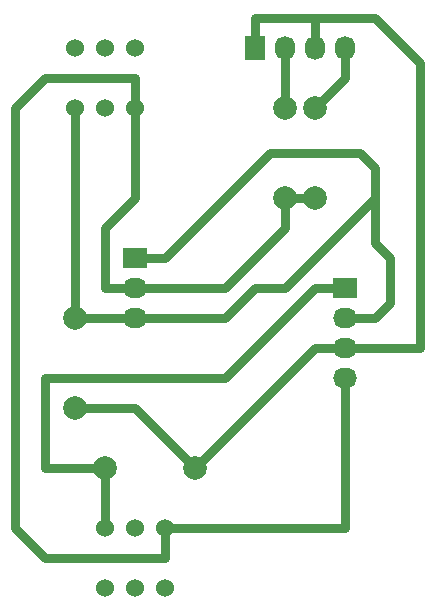
<source format=gbr>
G04 #@! TF.FileFunction,Copper,L1,Top,Signal*
%FSLAX46Y46*%
G04 Gerber Fmt 4.6, Leading zero omitted, Abs format (unit mm)*
G04 Created by KiCad (PCBNEW 4.0.2+dfsg1-stable) date Няд 22 Тра 2016 12:05:22*
%MOMM*%
G01*
G04 APERTURE LIST*
%ADD10C,0.100000*%
%ADD11R,2.032000X1.727200*%
%ADD12O,2.032000X1.727200*%
%ADD13R,1.727200X2.032000*%
%ADD14O,1.727200X2.032000*%
%ADD15C,1.998980*%
%ADD16C,1.524000*%
%ADD17C,0.750000*%
G04 APERTURE END LIST*
D10*
D11*
X152400000Y-121920000D03*
D12*
X152400000Y-124460000D03*
X152400000Y-127000000D03*
D11*
X170180000Y-124460000D03*
D12*
X170180000Y-127000000D03*
X170180000Y-129540000D03*
X170180000Y-132080000D03*
D13*
X162560000Y-104140000D03*
D14*
X165100000Y-104140000D03*
X167640000Y-104140000D03*
X170180000Y-104140000D03*
D15*
X147320000Y-127000000D03*
X147320000Y-134620000D03*
X157480000Y-139700000D03*
X149860000Y-139700000D03*
X165100000Y-109220000D03*
X165100000Y-116840000D03*
X167640000Y-109220000D03*
X167640000Y-116840000D03*
D16*
X149860000Y-144780000D03*
X152400000Y-144780000D03*
X154940000Y-144780000D03*
X149860000Y-149860000D03*
X152400000Y-149860000D03*
X154940000Y-149860000D03*
X147320000Y-104140000D03*
X149860000Y-104140000D03*
X152400000Y-104140000D03*
X147320000Y-109220000D03*
X149860000Y-109220000D03*
X152400000Y-109220000D03*
D17*
X152400000Y-127000000D02*
X160020000Y-127000000D01*
X165100000Y-124460000D02*
X172720000Y-116840000D01*
X162560000Y-124460000D02*
X165100000Y-124460000D01*
X160020000Y-127000000D02*
X162560000Y-124460000D01*
X152400000Y-121920000D02*
X154940000Y-121920000D01*
X154940000Y-121920000D02*
X163830000Y-113030000D01*
X163830000Y-113030000D02*
X171450000Y-113030000D01*
X171450000Y-113030000D02*
X172720000Y-114300000D01*
X172720000Y-114300000D02*
X172720000Y-116840000D01*
X172720000Y-127000000D02*
X170180000Y-127000000D01*
X172720000Y-116840000D02*
X172720000Y-120650000D01*
X172720000Y-120650000D02*
X173990000Y-121920000D01*
X173990000Y-121920000D02*
X173990000Y-125730000D01*
X173990000Y-125730000D02*
X172720000Y-127000000D01*
X147320000Y-109220000D02*
X147320000Y-127000000D01*
X152400000Y-127000000D02*
X147320000Y-127000000D01*
X154940000Y-144780000D02*
X170180000Y-144780000D01*
X170180000Y-144780000D02*
X170180000Y-132080000D01*
X152400000Y-124460000D02*
X160020000Y-124460000D01*
X165100000Y-119380000D02*
X165100000Y-116840000D01*
X160020000Y-124460000D02*
X165100000Y-119380000D01*
X154940000Y-144780000D02*
X154940000Y-147320000D01*
X152400000Y-106680000D02*
X152400000Y-109220000D01*
X144780000Y-106680000D02*
X152400000Y-106680000D01*
X142240000Y-109220000D02*
X144780000Y-106680000D01*
X142240000Y-144780000D02*
X142240000Y-109220000D01*
X144780000Y-147320000D02*
X142240000Y-144780000D01*
X154940000Y-147320000D02*
X144780000Y-147320000D01*
X165100000Y-116840000D02*
X167640000Y-116840000D01*
X152400000Y-109220000D02*
X152400000Y-116840000D01*
X149860000Y-124460000D02*
X152400000Y-124460000D01*
X149860000Y-119380000D02*
X149860000Y-124460000D01*
X152400000Y-116840000D02*
X149860000Y-119380000D01*
X170180000Y-124460000D02*
X167640000Y-124460000D01*
X144780000Y-139700000D02*
X149860000Y-139700000D01*
X144780000Y-132080000D02*
X144780000Y-139700000D01*
X160020000Y-132080000D02*
X144780000Y-132080000D01*
X167640000Y-124460000D02*
X160020000Y-132080000D01*
X149860000Y-139700000D02*
X149860000Y-144780000D01*
X157480000Y-139700000D02*
X165100000Y-132080000D01*
X167640000Y-129540000D02*
X170180000Y-129540000D01*
X165100000Y-132080000D02*
X167640000Y-129540000D01*
X167640000Y-101600000D02*
X172720000Y-101600000D01*
X172720000Y-101600000D02*
X176530000Y-105410000D01*
X176530000Y-105410000D02*
X176530000Y-129540000D01*
X176530000Y-129540000D02*
X170180000Y-129540000D01*
X167640000Y-104140000D02*
X167640000Y-101600000D01*
X162560000Y-101600000D02*
X162560000Y-104140000D01*
X167640000Y-101600000D02*
X162560000Y-101600000D01*
X147320000Y-134620000D02*
X149860000Y-134620000D01*
X152400000Y-134620000D02*
X157480000Y-139700000D01*
X149860000Y-134620000D02*
X152400000Y-134620000D01*
X165100000Y-104140000D02*
X165100000Y-109220000D01*
X167640000Y-109220000D02*
X170180000Y-106680000D01*
X170180000Y-106680000D02*
X170180000Y-104140000D01*
M02*

</source>
